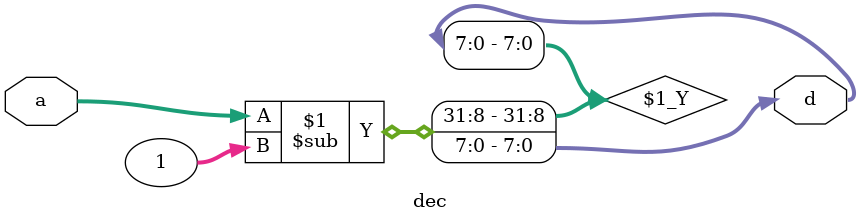
<source format=v>
`timescale 1ns / 1ps
module dec #(parameter DATAWIDTH = 8) ( a, d);
    input [DATAWIDTH-1:0] a;
    output [DATAWIDTH-1:0] d;
    
    assign d = a-1;
endmodule

</source>
